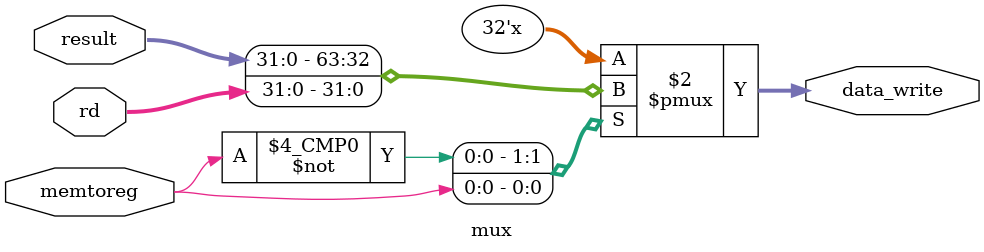
<source format=sv>
`timescale 1ns / 1ps


module mux#(
parameter w=32)(
input logic [w-1:0] rd,//from memory 
input logic [w-1:0] result, // from alu
input logic memtoreg,//control signal
output logic [w-1:0] data_write//output 

);
 always_comb begin
        case (memtoreg)
            1'b0: data_write = result;      // select rd=ALU result
            1'b1: data_write = rd;   // select data memory and write to register file 
            default: data_write = result;   // default to ALU
        endcase
    end

endmodule

</source>
